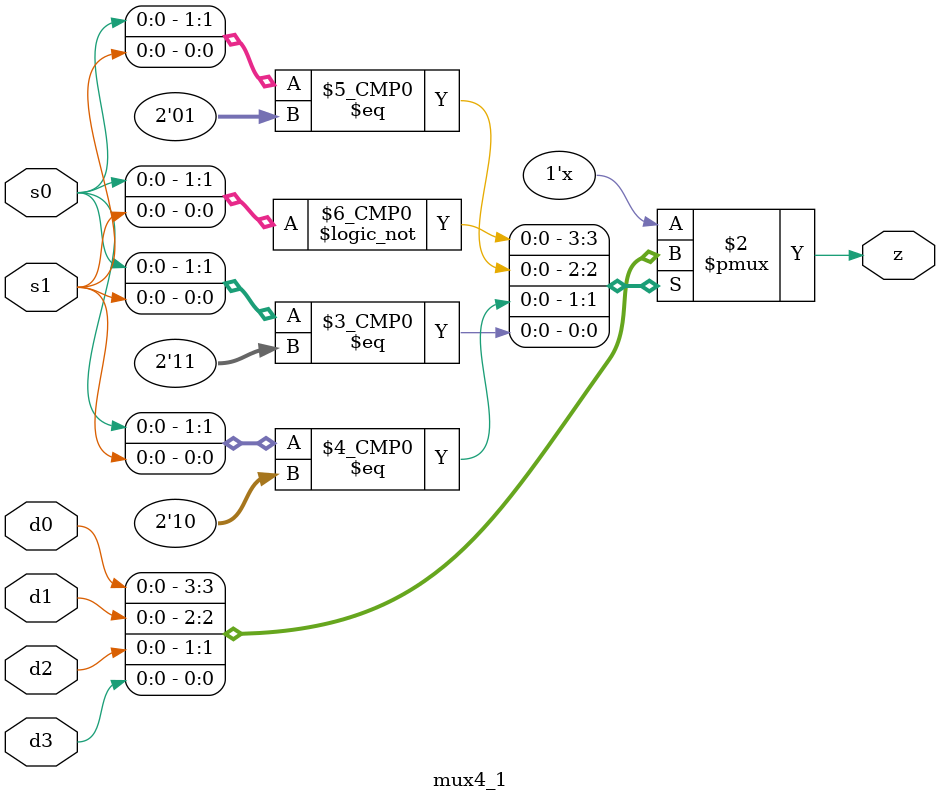
<source format=v>
module mux4_1(z,d0,d1,d2,d3,s0,s1);
input d0,d1,d2,d3,s0,s1;
output z;
reg z;
always @(d0 or d1 or d2 or d3 or s0 or s1)
begin
case({s0,s1})
2'b00: z<=d0;
2'b01: z<=d1;
2'b10: z<=d2;
2'b11: z<=d3;
endcase
end
endmodule
</source>
